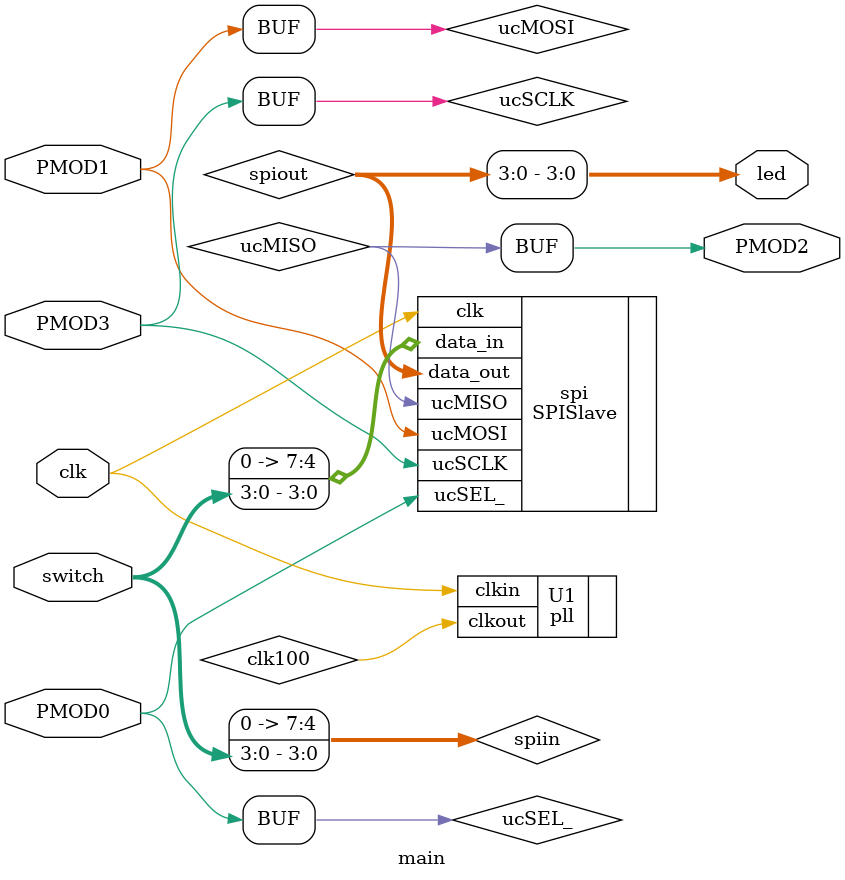
<source format=v>
`define N 8

module main (
    input clk,
    input PMOD0,
    input PMOD1,
    output PMOD2,
    input PMOD3,
    input [3:0] switch,
    output [3:0] led
);

wire ucSEL_;
wire ucSCLK;
wire ucMOSI;
wire ucMISO;

assign ucSEL_ = PMOD0;
assign ucMOSI = PMOD1;
assign PMOD2 = ucMISO;
assign ucSCLK = PMOD3;

wire clk100;
pll U1 ( .clkin(clk), .clkout(clk100));

wire [`N-1:0] spiin;
wire [`N-1:0] spiout;

assign spiin = {0,0,0,0,switch};

SPISlave #(.WIDTH(`N)) spi (
    .clk(clk),
    //.clk(clk100),
    .ucSCLK(ucSCLK),
    .ucMOSI(ucMOSI),
    .ucMISO(ucMISO),
    .ucSEL_(ucSEL_),
    .data_in(spiin),
    .data_out(spiout)
);

assign led = spiout[3:0];

endmodule

</source>
